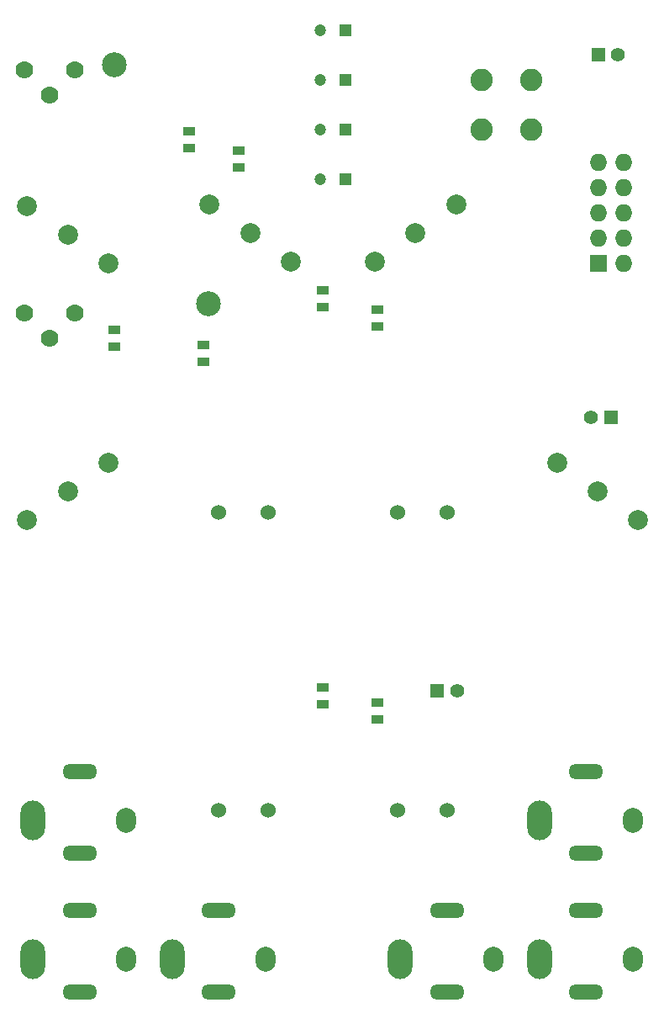
<source format=gts>
G04 #@! TF.FileFunction,Soldermask,Top*
%FSLAX46Y46*%
G04 Gerber Fmt 4.6, Leading zero omitted, Abs format (unit mm)*
G04 Created by KiCad (PCBNEW 4.0.2-stable) date 2016-04-29 6:09:28 PM*
%MOMM*%
G01*
G04 APERTURE LIST*
%ADD10C,0.100000*%
%ADD11R,1.400000X1.400000*%
%ADD12C,1.400000*%
%ADD13R,1.143000X0.812800*%
%ADD14R,1.727200X1.727200*%
%ADD15O,1.727200X1.727200*%
%ADD16C,2.250000*%
%ADD17C,2.500000*%
%ADD18C,1.524000*%
%ADD19R,1.200000X1.200000*%
%ADD20C,1.200000*%
%ADD21C,1.778000*%
%ADD22C,1.998980*%
%ADD23O,2.500000X4.000000*%
%ADD24O,2.000000X2.500000*%
%ADD25O,3.500000X1.500000*%
G04 APERTURE END LIST*
D10*
D11*
X55000000Y-79500000D03*
D12*
X57000000Y-79500000D03*
D13*
X49000000Y-42850900D03*
X49000000Y-41149100D03*
X43500000Y-39149100D03*
X43500000Y-40850900D03*
X35000000Y-26850900D03*
X35000000Y-25149100D03*
X30000000Y-23149100D03*
X30000000Y-24850900D03*
X22500000Y-44850900D03*
X22500000Y-43149100D03*
X31500000Y-44649100D03*
X31500000Y-46350900D03*
X49000000Y-82350900D03*
X49000000Y-80649100D03*
X43500000Y-80850900D03*
X43500000Y-79149100D03*
D11*
X71250000Y-15500000D03*
D12*
X73250000Y-15500000D03*
D11*
X72500000Y-52000000D03*
D12*
X70500000Y-52000000D03*
D14*
X71250000Y-36500000D03*
D15*
X73790000Y-36500000D03*
X71250000Y-33960000D03*
X73790000Y-33960000D03*
X71250000Y-31420000D03*
X73790000Y-31420000D03*
X71250000Y-28880000D03*
X73790000Y-28880000D03*
X71250000Y-26340000D03*
X73790000Y-26340000D03*
D16*
X59500000Y-18000000D03*
X64500000Y-18000000D03*
X64500000Y-23000000D03*
X59500000Y-23000000D03*
D17*
X32000000Y-40500000D03*
X22500000Y-16500000D03*
D18*
X51000000Y-91500000D03*
X56000000Y-91500000D03*
X38000000Y-91500000D03*
X33000000Y-91500000D03*
X38000000Y-61500000D03*
X33000000Y-61500000D03*
X51000000Y-61500000D03*
X56000000Y-61500000D03*
D19*
X45770000Y-28000000D03*
D20*
X43230000Y-28000000D03*
D19*
X45770000Y-23000000D03*
D20*
X43230000Y-23000000D03*
D19*
X45770000Y-18000000D03*
D20*
X43230000Y-18000000D03*
D19*
X45770000Y-13000000D03*
D20*
X43230000Y-13000000D03*
D21*
X13460000Y-41500000D03*
X16000000Y-44040000D03*
X18540000Y-41500000D03*
X13460000Y-17000000D03*
X16000000Y-19540000D03*
X18540000Y-17000000D03*
D22*
X52822777Y-33393567D03*
X48727017Y-36261449D03*
X56918537Y-30525685D03*
X71177223Y-59393567D03*
X67081463Y-56525685D03*
X75272983Y-62261449D03*
X17822777Y-59393567D03*
X13727017Y-62261449D03*
X21918537Y-56525685D03*
X36177223Y-33393567D03*
X32081463Y-30525685D03*
X40272983Y-36261449D03*
X17822777Y-33606433D03*
X21918537Y-36474315D03*
X13727017Y-30738551D03*
D23*
X65300000Y-106500000D03*
D24*
X74700000Y-106500000D03*
D25*
X70000000Y-101600000D03*
X70000000Y-109800000D03*
D23*
X28300000Y-106500000D03*
D24*
X37700000Y-106500000D03*
D25*
X33000000Y-101600000D03*
X33000000Y-109800000D03*
D23*
X51300000Y-106500000D03*
D24*
X60700000Y-106500000D03*
D25*
X56000000Y-101600000D03*
X56000000Y-109800000D03*
D23*
X65300000Y-92500000D03*
D24*
X74700000Y-92500000D03*
D25*
X70000000Y-87600000D03*
X70000000Y-95800000D03*
D23*
X14300000Y-92500000D03*
D24*
X23700000Y-92500000D03*
D25*
X19000000Y-87600000D03*
X19000000Y-95800000D03*
D23*
X14300000Y-106500000D03*
D24*
X23700000Y-106500000D03*
D25*
X19000000Y-101600000D03*
X19000000Y-109800000D03*
M02*

</source>
